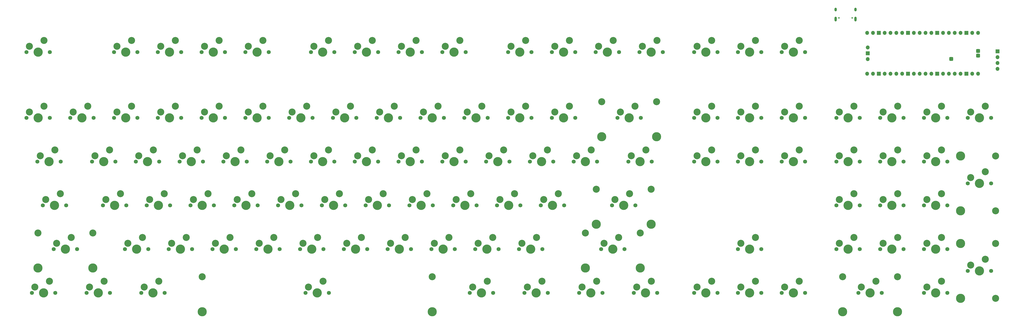
<source format=gbr>
%TF.GenerationSoftware,KiCad,Pcbnew,7.0.7*%
%TF.CreationDate,2024-02-20T17:11:52+02:00*%
%TF.ProjectId,keyboard,6b657962-6f61-4726-942e-6b696361645f,rev?*%
%TF.SameCoordinates,Original*%
%TF.FileFunction,Soldermask,Top*%
%TF.FilePolarity,Negative*%
%FSLAX46Y46*%
G04 Gerber Fmt 4.6, Leading zero omitted, Abs format (unit mm)*
G04 Created by KiCad (PCBNEW 7.0.7) date 2024-02-20 17:11:52*
%MOMM*%
%LPD*%
G01*
G04 APERTURE LIST*
G04 Aperture macros list*
%AMRoundRect*
0 Rectangle with rounded corners*
0 $1 Rounding radius*
0 $2 $3 $4 $5 $6 $7 $8 $9 X,Y pos of 4 corners*
0 Add a 4 corners polygon primitive as box body*
4,1,4,$2,$3,$4,$5,$6,$7,$8,$9,$2,$3,0*
0 Add four circle primitives for the rounded corners*
1,1,$1+$1,$2,$3*
1,1,$1+$1,$4,$5*
1,1,$1+$1,$6,$7*
1,1,$1+$1,$8,$9*
0 Add four rect primitives between the rounded corners*
20,1,$1+$1,$2,$3,$4,$5,0*
20,1,$1+$1,$4,$5,$6,$7,0*
20,1,$1+$1,$6,$7,$8,$9,0*
20,1,$1+$1,$8,$9,$2,$3,0*%
G04 Aperture macros list end*
%ADD10C,3.048000*%
%ADD11C,3.987800*%
%ADD12C,1.750000*%
%ADD13C,3.050000*%
%ADD14C,4.000000*%
%ADD15R,1.700000X1.700000*%
%ADD16O,1.700000X1.700000*%
%ADD17C,0.650000*%
%ADD18O,1.000000X1.600000*%
%ADD19O,1.000000X2.100000*%
%ADD20RoundRect,0.437500X0.437500X-0.437500X0.437500X0.437500X-0.437500X0.437500X-0.437500X-0.437500X0*%
G04 APERTURE END LIST*
D10*
%TO.C,H5*%
X272618300Y-113265000D03*
D11*
X272618300Y-128475000D03*
D10*
X296494300Y-113265000D03*
D11*
X296494300Y-128475000D03*
%TD*%
D12*
%TO.C,SW68*%
X215182500Y-101200000D03*
D13*
X216452500Y-98660000D03*
D14*
X220262500Y-101200000D03*
D13*
X222802500Y-96120000D03*
D12*
X225342500Y-101200000D03*
%TD*%
%TO.C,SW51*%
X291382500Y-82150000D03*
D13*
X292652500Y-79610000D03*
D14*
X296462500Y-82150000D03*
D13*
X299002500Y-77070000D03*
D12*
X301542500Y-82150000D03*
%TD*%
%TO.C,SW53*%
X339007500Y-82150000D03*
D13*
X340277500Y-79610000D03*
D14*
X344087500Y-82150000D03*
D13*
X346627500Y-77070000D03*
D12*
X349167500Y-82150000D03*
%TD*%
%TO.C,SW72*%
X381870000Y-101200000D03*
D13*
X383140000Y-98660000D03*
D14*
X386950000Y-101200000D03*
D13*
X389490000Y-96120000D03*
D12*
X392030000Y-101200000D03*
%TD*%
%TO.C,SW31*%
X319957500Y-63100000D03*
D13*
X321227500Y-60560000D03*
D14*
X325037500Y-63100000D03*
D13*
X327577500Y-58020000D03*
D12*
X330117500Y-63100000D03*
%TD*%
D15*
%TO.C,J1*%
X452000000Y-34200000D03*
D16*
X452000000Y-36740000D03*
X452000000Y-39280000D03*
X452000000Y-41820000D03*
%TD*%
D12*
%TO.C,SW1*%
X29445000Y-34525000D03*
D13*
X30715000Y-31985000D03*
D14*
X34525000Y-34525000D03*
D13*
X37065000Y-29445000D03*
D12*
X39605000Y-34525000D03*
%TD*%
%TO.C,SW10*%
X238995000Y-34525000D03*
D13*
X240265000Y-31985000D03*
D14*
X244075000Y-34525000D03*
D13*
X246615000Y-29445000D03*
D12*
X249155000Y-34525000D03*
%TD*%
%TO.C,SW19*%
X67545000Y-63100000D03*
D13*
X68815000Y-60560000D03*
D14*
X72625000Y-63100000D03*
D13*
X75165000Y-58020000D03*
D12*
X77705000Y-63100000D03*
%TD*%
%TO.C,SW60*%
X62782500Y-101200000D03*
D13*
X64052500Y-98660000D03*
D14*
X67862500Y-101200000D03*
D13*
X70402500Y-96120000D03*
D12*
X72942500Y-101200000D03*
%TD*%
%TO.C,SW17*%
X29445000Y-63100000D03*
D13*
X30715000Y-60560000D03*
D14*
X34525000Y-63100000D03*
D13*
X37065000Y-58020000D03*
D12*
X39605000Y-63100000D03*
%TD*%
D10*
%TO.C,H8*%
X384537000Y-132315000D03*
D11*
X384537000Y-147525000D03*
D10*
X408413000Y-132315000D03*
D11*
X408413000Y-147525000D03*
%TD*%
D12*
%TO.C,SW74*%
X419970000Y-101200000D03*
D13*
X421240000Y-98660000D03*
D14*
X425050000Y-101200000D03*
D13*
X427590000Y-96120000D03*
D12*
X430130000Y-101200000D03*
%TD*%
%TO.C,SW69*%
X234232500Y-101200000D03*
D13*
X235502500Y-98660000D03*
D14*
X239312500Y-101200000D03*
D13*
X241852500Y-96120000D03*
D12*
X244392500Y-101200000D03*
%TD*%
%TO.C,SW87*%
X339007500Y-120250000D03*
D13*
X340277500Y-117710000D03*
D14*
X344087500Y-120250000D03*
D13*
X346627500Y-115170000D03*
D12*
X349167500Y-120250000D03*
%TD*%
%TO.C,SW96*%
X222326300Y-139300000D03*
D13*
X223596300Y-136760000D03*
D14*
X227406300Y-139300000D03*
D13*
X229946300Y-134220000D03*
D12*
X232486300Y-139300000D03*
%TD*%
%TO.C,SW83*%
X205657500Y-120250000D03*
D13*
X206927500Y-117710000D03*
D14*
X210737500Y-120250000D03*
D13*
X213277500Y-115170000D03*
D12*
X215817500Y-120250000D03*
%TD*%
%TO.C,SW15*%
X339007500Y-34525000D03*
D13*
X340277500Y-31985000D03*
D14*
X344087500Y-34525000D03*
D13*
X346627500Y-29445000D03*
D12*
X349167500Y-34525000D03*
%TD*%
%TO.C,SW6*%
X153270000Y-34525000D03*
D13*
X154540000Y-31985000D03*
D14*
X158350000Y-34525000D03*
D13*
X160890000Y-29445000D03*
D12*
X163430000Y-34525000D03*
%TD*%
%TO.C,SW76*%
X72307500Y-120250000D03*
D13*
X73577500Y-117710000D03*
D14*
X77387500Y-120250000D03*
D13*
X79927500Y-115170000D03*
D12*
X82467500Y-120250000D03*
%TD*%
%TO.C,SW67*%
X196132500Y-101200000D03*
D13*
X197402500Y-98660000D03*
D14*
X201212500Y-101200000D03*
D13*
X203752500Y-96120000D03*
D12*
X206292500Y-101200000D03*
%TD*%
%TO.C,SW35*%
X400920000Y-63100000D03*
D13*
X402190000Y-60560000D03*
D14*
X406000000Y-63100000D03*
D13*
X408540000Y-58020000D03*
D12*
X411080000Y-63100000D03*
%TD*%
%TO.C,SW78*%
X110407500Y-120250000D03*
D13*
X111677500Y-117710000D03*
D14*
X115487500Y-120250000D03*
D13*
X118027500Y-115170000D03*
D12*
X120567500Y-120250000D03*
%TD*%
%TO.C,SW43*%
X134220000Y-82150000D03*
D13*
X135490000Y-79610000D03*
D14*
X139300000Y-82150000D03*
D13*
X141840000Y-77070000D03*
D12*
X144380000Y-82150000D03*
%TD*%
%TO.C,SW40*%
X77070000Y-82150000D03*
D13*
X78340000Y-79610000D03*
D14*
X82150000Y-82150000D03*
D13*
X84690000Y-77070000D03*
D12*
X87230000Y-82150000D03*
%TD*%
%TO.C,SW12*%
X277095000Y-34525000D03*
D13*
X278365000Y-31985000D03*
D14*
X282175000Y-34525000D03*
D13*
X284715000Y-29445000D03*
D12*
X287255000Y-34525000D03*
%TD*%
%TO.C,SW86*%
X279476300Y-120250000D03*
D13*
X280746300Y-117710000D03*
D14*
X284556300Y-120250000D03*
D13*
X287096300Y-115170000D03*
D12*
X289636300Y-120250000D03*
%TD*%
%TO.C,SW21*%
X105645000Y-63100000D03*
D13*
X106915000Y-60560000D03*
D14*
X110725000Y-63100000D03*
D13*
X113265000Y-58020000D03*
D12*
X115805000Y-63100000D03*
%TD*%
%TO.C,SW29*%
X258045000Y-63100000D03*
D13*
X259315000Y-60560000D03*
D14*
X263125000Y-63100000D03*
D13*
X265665000Y-58020000D03*
D12*
X268205000Y-63100000D03*
%TD*%
%TO.C,SW7*%
X172320000Y-34525000D03*
D13*
X173590000Y-31985000D03*
D14*
X177400000Y-34525000D03*
D13*
X179940000Y-29445000D03*
D12*
X182480000Y-34525000D03*
%TD*%
%TO.C,SW32*%
X339007500Y-63100000D03*
D13*
X340277500Y-60560000D03*
D14*
X344087500Y-63100000D03*
D13*
X346627500Y-58020000D03*
D12*
X349167500Y-63100000D03*
%TD*%
D10*
%TO.C,H7*%
X105968800Y-132315000D03*
D11*
X105968800Y-147525000D03*
D10*
X205968800Y-132315000D03*
D11*
X205968800Y-147525000D03*
%TD*%
D12*
%TO.C,SW91*%
X439020000Y-129775000D03*
D13*
X440290000Y-127235000D03*
D14*
X444100000Y-129775000D03*
D13*
X446640000Y-124695000D03*
D12*
X449180000Y-129775000D03*
%TD*%
%TO.C,SW37*%
X439020000Y-63100000D03*
D13*
X440290000Y-60560000D03*
D14*
X444100000Y-63100000D03*
D13*
X446640000Y-58020000D03*
D12*
X449180000Y-63100000D03*
%TD*%
%TO.C,SW84*%
X224707500Y-120250000D03*
D13*
X225977500Y-117710000D03*
D14*
X229787500Y-120250000D03*
D13*
X232327500Y-115170000D03*
D12*
X234867500Y-120250000D03*
%TD*%
%TO.C,SW85*%
X243757500Y-120250000D03*
D13*
X245027500Y-117710000D03*
D14*
X248837500Y-120250000D03*
D13*
X251377500Y-115170000D03*
D12*
X253917500Y-120250000D03*
%TD*%
%TO.C,SW22*%
X124695000Y-63100000D03*
D13*
X125965000Y-60560000D03*
D14*
X129775000Y-63100000D03*
D13*
X132315000Y-58020000D03*
D12*
X134855000Y-63100000D03*
%TD*%
%TO.C,SW38*%
X34207500Y-82150000D03*
D13*
X35477500Y-79610000D03*
D14*
X39287500Y-82150000D03*
D13*
X41827500Y-77070000D03*
D12*
X44367500Y-82150000D03*
%TD*%
%TO.C,SW61*%
X81832500Y-101200000D03*
D13*
X83102500Y-98660000D03*
D14*
X86912500Y-101200000D03*
D13*
X89452500Y-96120000D03*
D12*
X91992500Y-101200000D03*
%TD*%
%TO.C,SW54*%
X358057500Y-82150000D03*
D13*
X359327500Y-79610000D03*
D14*
X363137500Y-82150000D03*
D13*
X365677500Y-77070000D03*
D12*
X368217500Y-82150000D03*
%TD*%
%TO.C,SW28*%
X238995000Y-63100000D03*
D13*
X240265000Y-60560000D03*
D14*
X244075000Y-63100000D03*
D13*
X246615000Y-58020000D03*
D12*
X249155000Y-63100000D03*
%TD*%
%TO.C,SW65*%
X158032500Y-101200000D03*
D13*
X159302500Y-98660000D03*
D14*
X163112500Y-101200000D03*
D13*
X165652500Y-96120000D03*
D12*
X168192500Y-101200000D03*
%TD*%
%TO.C,SW59*%
X36588800Y-101200000D03*
D13*
X37858800Y-98660000D03*
D14*
X41668800Y-101200000D03*
D13*
X44208800Y-96120000D03*
D12*
X46748800Y-101200000D03*
%TD*%
%TO.C,SW55*%
X381870000Y-82150000D03*
D13*
X383140000Y-79610000D03*
D14*
X386950000Y-82150000D03*
D13*
X389490000Y-77070000D03*
D12*
X392030000Y-82150000D03*
%TD*%
%TO.C,SW64*%
X138982500Y-101200000D03*
D13*
X140252500Y-98660000D03*
D14*
X144062500Y-101200000D03*
D13*
X146602500Y-96120000D03*
D12*
X149142500Y-101200000D03*
%TD*%
%TO.C,SW30*%
X286620000Y-63100000D03*
D13*
X287890000Y-60560000D03*
D14*
X291700000Y-63100000D03*
D13*
X294240000Y-58020000D03*
D12*
X296780000Y-63100000D03*
%TD*%
%TO.C,SW99*%
X293763800Y-139300000D03*
D13*
X295033800Y-136760000D03*
D14*
X298843800Y-139300000D03*
D13*
X301383800Y-134220000D03*
D12*
X303923800Y-139300000D03*
%TD*%
%TO.C,SW75*%
X41351300Y-120250000D03*
D13*
X42621300Y-117710000D03*
D14*
X46431300Y-120250000D03*
D13*
X48971300Y-115170000D03*
D12*
X51511300Y-120250000D03*
%TD*%
%TO.C,SW8*%
X191370000Y-34525000D03*
D13*
X192640000Y-31985000D03*
D14*
X196450000Y-34525000D03*
D13*
X198990000Y-29445000D03*
D12*
X201530000Y-34525000D03*
%TD*%
%TO.C,SW26*%
X200895000Y-63100000D03*
D13*
X202165000Y-60560000D03*
D14*
X205975000Y-63100000D03*
D13*
X208515000Y-58020000D03*
D12*
X211055000Y-63100000D03*
%TD*%
%TO.C,SW70*%
X253282500Y-101200000D03*
D13*
X254552500Y-98660000D03*
D14*
X258362500Y-101200000D03*
D13*
X260902500Y-96120000D03*
D12*
X263442500Y-101200000D03*
%TD*%
%TO.C,SW104*%
X419970000Y-139300000D03*
D13*
X421240000Y-136760000D03*
D14*
X425050000Y-139300000D03*
D13*
X427590000Y-134220000D03*
D12*
X430130000Y-139300000D03*
%TD*%
D10*
%TO.C,H3*%
X277380800Y-94215000D03*
D11*
X277380800Y-109425000D03*
D10*
X301256800Y-94215000D03*
D11*
X301256800Y-109425000D03*
%TD*%
D12*
%TO.C,SW46*%
X191370000Y-82150000D03*
D13*
X192640000Y-79610000D03*
D14*
X196450000Y-82150000D03*
D13*
X198990000Y-77070000D03*
D12*
X201530000Y-82150000D03*
%TD*%
D10*
%TO.C,H1*%
X279762000Y-56115000D03*
D11*
X279762000Y-71325000D03*
D10*
X303638000Y-56115000D03*
D11*
X303638000Y-71325000D03*
%TD*%
D12*
%TO.C,SW33*%
X358057500Y-63100000D03*
D13*
X359327500Y-60560000D03*
D14*
X363137500Y-63100000D03*
D13*
X365677500Y-58020000D03*
D12*
X368217500Y-63100000D03*
%TD*%
%TO.C,SW103*%
X391395000Y-139300000D03*
D13*
X392665000Y-136760000D03*
D14*
X396475000Y-139300000D03*
D13*
X399015000Y-134220000D03*
D12*
X401555000Y-139300000D03*
%TD*%
%TO.C,SW44*%
X153270000Y-82150000D03*
D13*
X154540000Y-79610000D03*
D14*
X158350000Y-82150000D03*
D13*
X160890000Y-77070000D03*
D12*
X163430000Y-82150000D03*
%TD*%
%TO.C,SW101*%
X339007500Y-139300000D03*
D13*
X340277500Y-136760000D03*
D14*
X344087500Y-139300000D03*
D13*
X346627500Y-134220000D03*
D12*
X349167500Y-139300000D03*
%TD*%
D10*
%TO.C,H4*%
X34493300Y-113265000D03*
D11*
X34493300Y-128475000D03*
D10*
X58369300Y-113265000D03*
D11*
X58369300Y-128475000D03*
%TD*%
D12*
%TO.C,SW100*%
X319957500Y-139300000D03*
D13*
X321227500Y-136760000D03*
D14*
X325037500Y-139300000D03*
D13*
X327577500Y-134220000D03*
D12*
X330117500Y-139300000D03*
%TD*%
%TO.C,SW66*%
X177082500Y-101200000D03*
D13*
X178352500Y-98660000D03*
D14*
X182162500Y-101200000D03*
D13*
X184702500Y-96120000D03*
D12*
X187242500Y-101200000D03*
%TD*%
%TO.C,SW58*%
X439020000Y-91675000D03*
D13*
X440290000Y-89135000D03*
D14*
X444100000Y-91675000D03*
D13*
X446640000Y-86595000D03*
D12*
X449180000Y-91675000D03*
%TD*%
%TO.C,SW5*%
X124695000Y-34525000D03*
D13*
X125965000Y-31985000D03*
D14*
X129775000Y-34525000D03*
D13*
X132315000Y-29445000D03*
D12*
X134855000Y-34525000D03*
%TD*%
D10*
%TO.C,H2*%
X451085000Y-79737000D03*
D11*
X435875000Y-79737000D03*
D10*
X451085000Y-103613000D03*
D11*
X435875000Y-103613000D03*
%TD*%
D12*
%TO.C,SW48*%
X229470000Y-82150000D03*
D13*
X230740000Y-79610000D03*
D14*
X234550000Y-82150000D03*
D13*
X237090000Y-77070000D03*
D12*
X239630000Y-82150000D03*
%TD*%
%TO.C,SW39*%
X58020000Y-82150000D03*
D13*
X59290000Y-79610000D03*
D14*
X63100000Y-82150000D03*
D13*
X65640000Y-77070000D03*
D12*
X68180000Y-82150000D03*
%TD*%
%TO.C,SW77*%
X91357500Y-120250000D03*
D13*
X92627500Y-117710000D03*
D14*
X96437500Y-120250000D03*
D13*
X98977500Y-115170000D03*
D12*
X101517500Y-120250000D03*
%TD*%
%TO.C,SW73*%
X400920000Y-101200000D03*
D13*
X402190000Y-98660000D03*
D14*
X406000000Y-101200000D03*
D13*
X408540000Y-96120000D03*
D12*
X411080000Y-101200000D03*
%TD*%
%TO.C,SW95*%
X150888800Y-139300000D03*
D13*
X152158800Y-136760000D03*
D14*
X155968800Y-139300000D03*
D13*
X158508800Y-134220000D03*
D12*
X161048800Y-139300000D03*
%TD*%
%TO.C,SW79*%
X129457500Y-120250000D03*
D13*
X130727500Y-117710000D03*
D14*
X134537500Y-120250000D03*
D13*
X137077500Y-115170000D03*
D12*
X139617500Y-120250000D03*
%TD*%
%TO.C,SW93*%
X55638800Y-139300000D03*
D13*
X56908800Y-136760000D03*
D14*
X60718800Y-139300000D03*
D13*
X63258800Y-134220000D03*
D12*
X65798800Y-139300000D03*
%TD*%
%TO.C,SW62*%
X100882500Y-101200000D03*
D13*
X102152500Y-98660000D03*
D14*
X105962500Y-101200000D03*
D13*
X108502500Y-96120000D03*
D12*
X111042500Y-101200000D03*
%TD*%
%TO.C,SW88*%
X381870000Y-120250000D03*
D13*
X383140000Y-117710000D03*
D14*
X386950000Y-120250000D03*
D13*
X389490000Y-115170000D03*
D12*
X392030000Y-120250000D03*
%TD*%
%TO.C,SW82*%
X186607500Y-120250000D03*
D13*
X187877500Y-117710000D03*
D14*
X191687500Y-120250000D03*
D13*
X194227500Y-115170000D03*
D12*
X196767500Y-120250000D03*
%TD*%
%TO.C,SW25*%
X181845000Y-63100000D03*
D13*
X183115000Y-60560000D03*
D14*
X186925000Y-63100000D03*
D13*
X189465000Y-58020000D03*
D12*
X192005000Y-63100000D03*
%TD*%
D10*
%TO.C,H6*%
X451085000Y-117837000D03*
D11*
X435875000Y-117837000D03*
D10*
X451085000Y-141713000D03*
D11*
X435875000Y-141713000D03*
%TD*%
D12*
%TO.C,SW41*%
X96120000Y-82150000D03*
D13*
X97390000Y-79610000D03*
D14*
X101200000Y-82150000D03*
D13*
X103740000Y-77070000D03*
D12*
X106280000Y-82150000D03*
%TD*%
%TO.C,SW80*%
X148507500Y-120250000D03*
D13*
X149777500Y-117710000D03*
D14*
X153587500Y-120250000D03*
D13*
X156127500Y-115170000D03*
D12*
X158667500Y-120250000D03*
%TD*%
%TO.C,SW27*%
X219945000Y-63100000D03*
D13*
X221215000Y-60560000D03*
D14*
X225025000Y-63100000D03*
D13*
X227565000Y-58020000D03*
D12*
X230105000Y-63100000D03*
%TD*%
%TO.C,SW92*%
X31826300Y-139300000D03*
D13*
X33096300Y-136760000D03*
D14*
X36906300Y-139300000D03*
D13*
X39446300Y-134220000D03*
D12*
X41986300Y-139300000D03*
%TD*%
%TO.C,SW90*%
X419970000Y-120250000D03*
D13*
X421240000Y-117710000D03*
D14*
X425050000Y-120250000D03*
D13*
X427590000Y-115170000D03*
D12*
X430130000Y-120250000D03*
%TD*%
%TO.C,SW49*%
X248520000Y-82150000D03*
D13*
X249790000Y-79610000D03*
D14*
X253600000Y-82150000D03*
D13*
X256140000Y-77070000D03*
D12*
X258680000Y-82150000D03*
%TD*%
%TO.C,SW42*%
X115170000Y-82150000D03*
D13*
X116440000Y-79610000D03*
D14*
X120250000Y-82150000D03*
D13*
X122790000Y-77070000D03*
D12*
X125330000Y-82150000D03*
%TD*%
%TO.C,SW36*%
X419970000Y-63100000D03*
D13*
X421240000Y-60560000D03*
D14*
X425050000Y-63100000D03*
D13*
X427590000Y-58020000D03*
D12*
X430130000Y-63100000D03*
%TD*%
%TO.C,SW16*%
X358057500Y-34525000D03*
D13*
X359327500Y-31985000D03*
D14*
X363137500Y-34525000D03*
D13*
X365677500Y-29445000D03*
D12*
X368217500Y-34525000D03*
%TD*%
%TO.C,SW50*%
X267570000Y-82150000D03*
D13*
X268840000Y-79610000D03*
D14*
X272650000Y-82150000D03*
D13*
X275190000Y-77070000D03*
D12*
X277730000Y-82150000D03*
%TD*%
%TO.C,SW14*%
X319957500Y-34525000D03*
D13*
X321227500Y-31985000D03*
D14*
X325037500Y-34525000D03*
D13*
X327577500Y-29445000D03*
D12*
X330117500Y-34525000D03*
%TD*%
%TO.C,SW97*%
X246138800Y-139300000D03*
D13*
X247408800Y-136760000D03*
D14*
X251218800Y-139300000D03*
D13*
X253758800Y-134220000D03*
D12*
X256298800Y-139300000D03*
%TD*%
%TO.C,SW89*%
X400920000Y-120250000D03*
D13*
X402190000Y-117710000D03*
D14*
X406000000Y-120250000D03*
D13*
X408540000Y-115170000D03*
D12*
X411080000Y-120250000D03*
%TD*%
%TO.C,SW20*%
X86595000Y-63100000D03*
D13*
X87865000Y-60560000D03*
D14*
X91675000Y-63100000D03*
D13*
X94215000Y-58020000D03*
D12*
X96755000Y-63100000D03*
%TD*%
%TO.C,SW11*%
X258045000Y-34525000D03*
D13*
X259315000Y-31985000D03*
D14*
X263125000Y-34525000D03*
D13*
X265665000Y-29445000D03*
D12*
X268205000Y-34525000D03*
%TD*%
%TO.C,SW23*%
X143745000Y-63100000D03*
D13*
X145015000Y-60560000D03*
D14*
X148825000Y-63100000D03*
D13*
X151365000Y-58020000D03*
D12*
X153905000Y-63100000D03*
%TD*%
%TO.C,SW4*%
X105645000Y-34525000D03*
D13*
X106915000Y-31985000D03*
D14*
X110725000Y-34525000D03*
D13*
X113265000Y-29445000D03*
D12*
X115805000Y-34525000D03*
%TD*%
%TO.C,SW98*%
X269951300Y-139300000D03*
D13*
X271221300Y-136760000D03*
D14*
X275031300Y-139300000D03*
D13*
X277571300Y-134220000D03*
D12*
X280111300Y-139300000D03*
%TD*%
%TO.C,SW34*%
X381870000Y-63100000D03*
D13*
X383140000Y-60560000D03*
D14*
X386950000Y-63100000D03*
D13*
X389490000Y-58020000D03*
D12*
X392030000Y-63100000D03*
%TD*%
%TO.C,SW63*%
X119932500Y-101200000D03*
D13*
X121202500Y-98660000D03*
D14*
X125012500Y-101200000D03*
D13*
X127552500Y-96120000D03*
D12*
X130092500Y-101200000D03*
%TD*%
%TO.C,SW24*%
X162795000Y-63100000D03*
D13*
X164065000Y-60560000D03*
D14*
X167875000Y-63100000D03*
D13*
X170415000Y-58020000D03*
D12*
X172955000Y-63100000D03*
%TD*%
%TO.C,SW81*%
X167557500Y-120250000D03*
D13*
X168827500Y-117710000D03*
D14*
X172637500Y-120250000D03*
D13*
X175177500Y-115170000D03*
D12*
X177717500Y-120250000D03*
%TD*%
%TO.C,SW94*%
X79451300Y-139300000D03*
D13*
X80721300Y-136760000D03*
D14*
X84531300Y-139300000D03*
D13*
X87071300Y-134220000D03*
D12*
X89611300Y-139300000D03*
%TD*%
%TO.C,SW13*%
X296145000Y-34525000D03*
D13*
X297415000Y-31985000D03*
D14*
X301225000Y-34525000D03*
D13*
X303765000Y-29445000D03*
D12*
X306305000Y-34525000D03*
%TD*%
%TO.C,SW57*%
X419970000Y-82150000D03*
D13*
X421240000Y-79610000D03*
D14*
X425050000Y-82150000D03*
D13*
X427590000Y-77070000D03*
D12*
X430130000Y-82150000D03*
%TD*%
%TO.C,SW102*%
X358057500Y-139300000D03*
D13*
X359327500Y-136760000D03*
D14*
X363137500Y-139300000D03*
D13*
X365677500Y-134220000D03*
D12*
X368217500Y-139300000D03*
%TD*%
%TO.C,SW56*%
X400920000Y-82150000D03*
D13*
X402190000Y-79610000D03*
D14*
X406000000Y-82150000D03*
D13*
X408540000Y-77070000D03*
D12*
X411080000Y-82150000D03*
%TD*%
%TO.C,SW2*%
X67545000Y-34525000D03*
D13*
X68815000Y-31985000D03*
D14*
X72625000Y-34525000D03*
D13*
X75165000Y-29445000D03*
D12*
X77705000Y-34525000D03*
%TD*%
%TO.C,SW9*%
X210420000Y-34525000D03*
D13*
X211690000Y-31985000D03*
D14*
X215500000Y-34525000D03*
D13*
X218040000Y-29445000D03*
D12*
X220580000Y-34525000D03*
%TD*%
%TO.C,SW52*%
X319957500Y-82150000D03*
D13*
X321227500Y-79610000D03*
D14*
X325037500Y-82150000D03*
D13*
X327577500Y-77070000D03*
D12*
X330117500Y-82150000D03*
%TD*%
%TO.C,SW71*%
X284238800Y-101200000D03*
D13*
X285508800Y-98660000D03*
D14*
X289318800Y-101200000D03*
D13*
X291858800Y-96120000D03*
D12*
X294398800Y-101200000D03*
%TD*%
%TO.C,SW18*%
X48495000Y-63100000D03*
D13*
X49765000Y-60560000D03*
D14*
X53575000Y-63100000D03*
D13*
X56115000Y-58020000D03*
D12*
X58655000Y-63100000D03*
%TD*%
%TO.C,SW47*%
X210420000Y-82150000D03*
D13*
X211690000Y-79610000D03*
D14*
X215500000Y-82150000D03*
D13*
X218040000Y-77070000D03*
D12*
X220580000Y-82150000D03*
%TD*%
%TO.C,SW3*%
X86595000Y-34525000D03*
D13*
X87865000Y-31985000D03*
D14*
X91675000Y-34525000D03*
D13*
X94215000Y-29445000D03*
D12*
X96755000Y-34525000D03*
%TD*%
%TO.C,SW45*%
X172320000Y-82150000D03*
D13*
X173590000Y-79610000D03*
D14*
X177400000Y-82150000D03*
D13*
X179940000Y-77070000D03*
D12*
X182480000Y-82150000D03*
%TD*%
D17*
%TO.C,J4*%
X382940000Y-19600000D03*
X388720000Y-19600000D03*
D18*
X381510000Y-15950000D03*
D19*
X381510000Y-20130000D03*
D18*
X390150000Y-15950000D03*
D19*
X390150000Y-20130000D03*
%TD*%
D16*
%TO.C,U1*%
X443480000Y-43890000D03*
X440940000Y-43890000D03*
D15*
X438400000Y-43890000D03*
D16*
X435860000Y-43890000D03*
X433320000Y-43890000D03*
X430780000Y-43890000D03*
X428240000Y-43890000D03*
D15*
X425700000Y-43890000D03*
D16*
X423160000Y-43890000D03*
X420620000Y-43890000D03*
X418080000Y-43890000D03*
X415540000Y-43890000D03*
D15*
X413000000Y-43890000D03*
D16*
X410460000Y-43890000D03*
X407920000Y-43890000D03*
X405380000Y-43890000D03*
X402840000Y-43890000D03*
D15*
X400300000Y-43890000D03*
D16*
X397760000Y-43890000D03*
X395220000Y-43890000D03*
X395220000Y-26110000D03*
X397760000Y-26110000D03*
D15*
X400300000Y-26110000D03*
D16*
X402840000Y-26110000D03*
X405380000Y-26110000D03*
X407920000Y-26110000D03*
X410460000Y-26110000D03*
D15*
X413000000Y-26110000D03*
D16*
X415540000Y-26110000D03*
X418080000Y-26110000D03*
X420620000Y-26110000D03*
X423160000Y-26110000D03*
D15*
X425700000Y-26110000D03*
D16*
X428240000Y-26110000D03*
X430780000Y-26110000D03*
X433320000Y-26110000D03*
X435860000Y-26110000D03*
D15*
X438400000Y-26110000D03*
D16*
X440940000Y-26110000D03*
X443480000Y-26110000D03*
X395450000Y-37540000D03*
D15*
X395450000Y-35000000D03*
D16*
X395450000Y-32460000D03*
D20*
X443475000Y-33984000D03*
X443475000Y-36016000D03*
X431850000Y-37500000D03*
%TD*%
M02*

</source>
